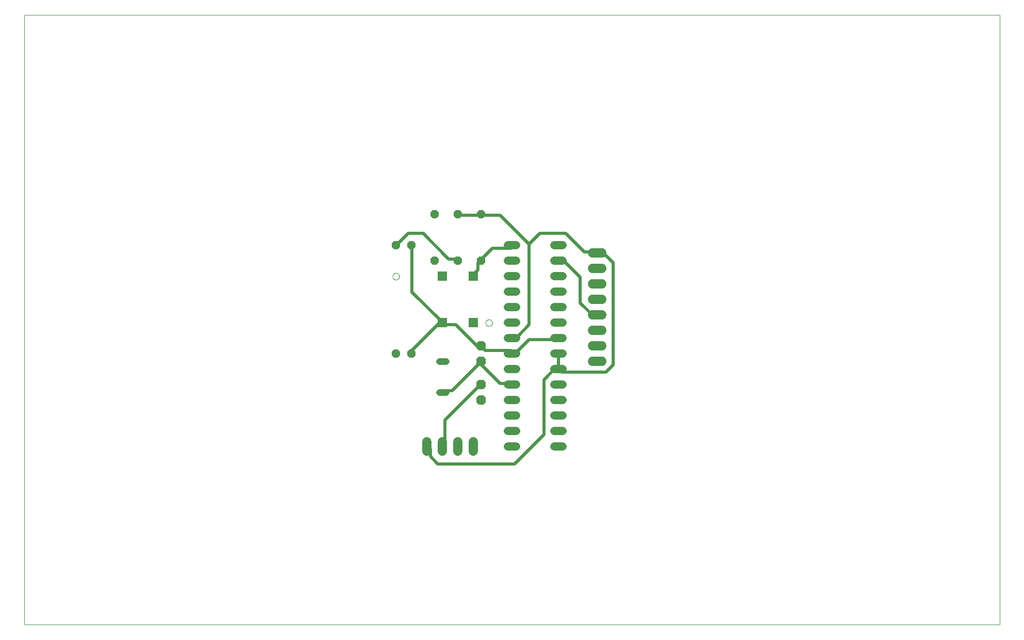
<source format=gtl>
G75*
%MOIN*%
%OFA0B0*%
%FSLAX25Y25*%
%IPPOS*%
%LPD*%
%AMOC8*
5,1,8,0,0,1.08239X$1,22.5*
%
%ADD10C,0.00000*%
%ADD11OC8,0.06300*%
%ADD12C,0.05200*%
%ADD13C,0.06000*%
%ADD14OC8,0.05200*%
%ADD15C,0.04400*%
%ADD16R,0.05906X0.05906*%
%ADD17C,0.01969*%
D10*
X0001000Y0001000D02*
X0001000Y0394701D01*
X0630921Y0394701D01*
X0630921Y0001000D01*
X0001000Y0001000D01*
X0298835Y0196000D02*
X0298837Y0196093D01*
X0298843Y0196185D01*
X0298853Y0196277D01*
X0298867Y0196368D01*
X0298884Y0196459D01*
X0298906Y0196549D01*
X0298931Y0196638D01*
X0298960Y0196726D01*
X0298993Y0196812D01*
X0299030Y0196897D01*
X0299070Y0196981D01*
X0299114Y0197062D01*
X0299161Y0197142D01*
X0299211Y0197220D01*
X0299265Y0197295D01*
X0299322Y0197368D01*
X0299382Y0197438D01*
X0299445Y0197506D01*
X0299511Y0197571D01*
X0299579Y0197633D01*
X0299650Y0197693D01*
X0299724Y0197749D01*
X0299800Y0197802D01*
X0299878Y0197851D01*
X0299958Y0197898D01*
X0300040Y0197940D01*
X0300124Y0197980D01*
X0300209Y0198015D01*
X0300296Y0198047D01*
X0300384Y0198076D01*
X0300473Y0198100D01*
X0300563Y0198121D01*
X0300654Y0198137D01*
X0300746Y0198150D01*
X0300838Y0198159D01*
X0300931Y0198164D01*
X0301023Y0198165D01*
X0301116Y0198162D01*
X0301208Y0198155D01*
X0301300Y0198144D01*
X0301391Y0198129D01*
X0301482Y0198111D01*
X0301572Y0198088D01*
X0301660Y0198062D01*
X0301748Y0198032D01*
X0301834Y0197998D01*
X0301918Y0197961D01*
X0302001Y0197919D01*
X0302082Y0197875D01*
X0302162Y0197827D01*
X0302239Y0197776D01*
X0302313Y0197721D01*
X0302386Y0197663D01*
X0302456Y0197603D01*
X0302523Y0197539D01*
X0302587Y0197473D01*
X0302649Y0197403D01*
X0302707Y0197332D01*
X0302762Y0197258D01*
X0302814Y0197181D01*
X0302863Y0197102D01*
X0302909Y0197022D01*
X0302951Y0196939D01*
X0302989Y0196855D01*
X0303024Y0196769D01*
X0303055Y0196682D01*
X0303082Y0196594D01*
X0303105Y0196504D01*
X0303125Y0196414D01*
X0303141Y0196323D01*
X0303153Y0196231D01*
X0303161Y0196139D01*
X0303165Y0196046D01*
X0303165Y0195954D01*
X0303161Y0195861D01*
X0303153Y0195769D01*
X0303141Y0195677D01*
X0303125Y0195586D01*
X0303105Y0195496D01*
X0303082Y0195406D01*
X0303055Y0195318D01*
X0303024Y0195231D01*
X0302989Y0195145D01*
X0302951Y0195061D01*
X0302909Y0194978D01*
X0302863Y0194898D01*
X0302814Y0194819D01*
X0302762Y0194742D01*
X0302707Y0194668D01*
X0302649Y0194597D01*
X0302587Y0194527D01*
X0302523Y0194461D01*
X0302456Y0194397D01*
X0302386Y0194337D01*
X0302313Y0194279D01*
X0302239Y0194224D01*
X0302162Y0194173D01*
X0302083Y0194125D01*
X0302001Y0194081D01*
X0301918Y0194039D01*
X0301834Y0194002D01*
X0301748Y0193968D01*
X0301660Y0193938D01*
X0301572Y0193912D01*
X0301482Y0193889D01*
X0301391Y0193871D01*
X0301300Y0193856D01*
X0301208Y0193845D01*
X0301116Y0193838D01*
X0301023Y0193835D01*
X0300931Y0193836D01*
X0300838Y0193841D01*
X0300746Y0193850D01*
X0300654Y0193863D01*
X0300563Y0193879D01*
X0300473Y0193900D01*
X0300384Y0193924D01*
X0300296Y0193953D01*
X0300209Y0193985D01*
X0300124Y0194020D01*
X0300040Y0194060D01*
X0299958Y0194102D01*
X0299878Y0194149D01*
X0299800Y0194198D01*
X0299724Y0194251D01*
X0299650Y0194307D01*
X0299579Y0194367D01*
X0299511Y0194429D01*
X0299445Y0194494D01*
X0299382Y0194562D01*
X0299322Y0194632D01*
X0299265Y0194705D01*
X0299211Y0194780D01*
X0299161Y0194858D01*
X0299114Y0194938D01*
X0299070Y0195019D01*
X0299030Y0195103D01*
X0298993Y0195188D01*
X0298960Y0195274D01*
X0298931Y0195362D01*
X0298906Y0195451D01*
X0298884Y0195541D01*
X0298867Y0195632D01*
X0298853Y0195723D01*
X0298843Y0195815D01*
X0298837Y0195907D01*
X0298835Y0196000D01*
X0238835Y0226000D02*
X0238837Y0226093D01*
X0238843Y0226185D01*
X0238853Y0226277D01*
X0238867Y0226368D01*
X0238884Y0226459D01*
X0238906Y0226549D01*
X0238931Y0226638D01*
X0238960Y0226726D01*
X0238993Y0226812D01*
X0239030Y0226897D01*
X0239070Y0226981D01*
X0239114Y0227062D01*
X0239161Y0227142D01*
X0239211Y0227220D01*
X0239265Y0227295D01*
X0239322Y0227368D01*
X0239382Y0227438D01*
X0239445Y0227506D01*
X0239511Y0227571D01*
X0239579Y0227633D01*
X0239650Y0227693D01*
X0239724Y0227749D01*
X0239800Y0227802D01*
X0239878Y0227851D01*
X0239958Y0227898D01*
X0240040Y0227940D01*
X0240124Y0227980D01*
X0240209Y0228015D01*
X0240296Y0228047D01*
X0240384Y0228076D01*
X0240473Y0228100D01*
X0240563Y0228121D01*
X0240654Y0228137D01*
X0240746Y0228150D01*
X0240838Y0228159D01*
X0240931Y0228164D01*
X0241023Y0228165D01*
X0241116Y0228162D01*
X0241208Y0228155D01*
X0241300Y0228144D01*
X0241391Y0228129D01*
X0241482Y0228111D01*
X0241572Y0228088D01*
X0241660Y0228062D01*
X0241748Y0228032D01*
X0241834Y0227998D01*
X0241918Y0227961D01*
X0242001Y0227919D01*
X0242082Y0227875D01*
X0242162Y0227827D01*
X0242239Y0227776D01*
X0242313Y0227721D01*
X0242386Y0227663D01*
X0242456Y0227603D01*
X0242523Y0227539D01*
X0242587Y0227473D01*
X0242649Y0227403D01*
X0242707Y0227332D01*
X0242762Y0227258D01*
X0242814Y0227181D01*
X0242863Y0227102D01*
X0242909Y0227022D01*
X0242951Y0226939D01*
X0242989Y0226855D01*
X0243024Y0226769D01*
X0243055Y0226682D01*
X0243082Y0226594D01*
X0243105Y0226504D01*
X0243125Y0226414D01*
X0243141Y0226323D01*
X0243153Y0226231D01*
X0243161Y0226139D01*
X0243165Y0226046D01*
X0243165Y0225954D01*
X0243161Y0225861D01*
X0243153Y0225769D01*
X0243141Y0225677D01*
X0243125Y0225586D01*
X0243105Y0225496D01*
X0243082Y0225406D01*
X0243055Y0225318D01*
X0243024Y0225231D01*
X0242989Y0225145D01*
X0242951Y0225061D01*
X0242909Y0224978D01*
X0242863Y0224898D01*
X0242814Y0224819D01*
X0242762Y0224742D01*
X0242707Y0224668D01*
X0242649Y0224597D01*
X0242587Y0224527D01*
X0242523Y0224461D01*
X0242456Y0224397D01*
X0242386Y0224337D01*
X0242313Y0224279D01*
X0242239Y0224224D01*
X0242162Y0224173D01*
X0242083Y0224125D01*
X0242001Y0224081D01*
X0241918Y0224039D01*
X0241834Y0224002D01*
X0241748Y0223968D01*
X0241660Y0223938D01*
X0241572Y0223912D01*
X0241482Y0223889D01*
X0241391Y0223871D01*
X0241300Y0223856D01*
X0241208Y0223845D01*
X0241116Y0223838D01*
X0241023Y0223835D01*
X0240931Y0223836D01*
X0240838Y0223841D01*
X0240746Y0223850D01*
X0240654Y0223863D01*
X0240563Y0223879D01*
X0240473Y0223900D01*
X0240384Y0223924D01*
X0240296Y0223953D01*
X0240209Y0223985D01*
X0240124Y0224020D01*
X0240040Y0224060D01*
X0239958Y0224102D01*
X0239878Y0224149D01*
X0239800Y0224198D01*
X0239724Y0224251D01*
X0239650Y0224307D01*
X0239579Y0224367D01*
X0239511Y0224429D01*
X0239445Y0224494D01*
X0239382Y0224562D01*
X0239322Y0224632D01*
X0239265Y0224705D01*
X0239211Y0224780D01*
X0239161Y0224858D01*
X0239114Y0224938D01*
X0239070Y0225019D01*
X0239030Y0225103D01*
X0238993Y0225188D01*
X0238960Y0225274D01*
X0238931Y0225362D01*
X0238906Y0225451D01*
X0238884Y0225541D01*
X0238867Y0225632D01*
X0238853Y0225723D01*
X0238843Y0225815D01*
X0238837Y0225907D01*
X0238835Y0226000D01*
D11*
X0296000Y0181000D03*
X0296000Y0171000D03*
X0296000Y0156000D03*
X0296000Y0146000D03*
D12*
X0313400Y0146000D02*
X0318600Y0146000D01*
X0318600Y0136000D02*
X0313400Y0136000D01*
X0313400Y0126000D02*
X0318600Y0126000D01*
X0318600Y0116000D02*
X0313400Y0116000D01*
X0343400Y0116000D02*
X0348600Y0116000D01*
X0348600Y0126000D02*
X0343400Y0126000D01*
X0343400Y0136000D02*
X0348600Y0136000D01*
X0348600Y0146000D02*
X0343400Y0146000D01*
X0343400Y0156000D02*
X0348600Y0156000D01*
X0348600Y0166000D02*
X0343400Y0166000D01*
X0343400Y0176000D02*
X0348600Y0176000D01*
X0348600Y0186000D02*
X0343400Y0186000D01*
X0343400Y0196000D02*
X0348600Y0196000D01*
X0348600Y0206000D02*
X0343400Y0206000D01*
X0343400Y0216000D02*
X0348600Y0216000D01*
X0348600Y0226000D02*
X0343400Y0226000D01*
X0343400Y0236000D02*
X0348600Y0236000D01*
X0348600Y0246000D02*
X0343400Y0246000D01*
X0318600Y0246000D02*
X0313400Y0246000D01*
X0313400Y0236000D02*
X0318600Y0236000D01*
X0318600Y0226000D02*
X0313400Y0226000D01*
X0313400Y0216000D02*
X0318600Y0216000D01*
X0318600Y0206000D02*
X0313400Y0206000D01*
X0313400Y0196000D02*
X0318600Y0196000D01*
X0318600Y0186000D02*
X0313400Y0186000D01*
X0313400Y0176000D02*
X0318600Y0176000D01*
X0318600Y0166000D02*
X0313400Y0166000D01*
X0313400Y0156000D02*
X0318600Y0156000D01*
D13*
X0368000Y0171000D02*
X0374000Y0171000D01*
X0374000Y0181000D02*
X0368000Y0181000D01*
X0368000Y0191000D02*
X0374000Y0191000D01*
X0374000Y0201000D02*
X0368000Y0201000D01*
X0368000Y0211000D02*
X0374000Y0211000D01*
X0374000Y0221000D02*
X0368000Y0221000D01*
X0368000Y0231000D02*
X0374000Y0231000D01*
X0374000Y0241000D02*
X0368000Y0241000D01*
X0291000Y0119000D02*
X0291000Y0113000D01*
X0281000Y0113000D02*
X0281000Y0119000D01*
X0271000Y0119000D02*
X0271000Y0113000D01*
X0261000Y0113000D02*
X0261000Y0119000D01*
D14*
X0251000Y0176000D03*
X0241000Y0176000D03*
X0266000Y0236000D03*
X0281000Y0236000D03*
X0296000Y0236000D03*
X0251000Y0246000D03*
X0241000Y0246000D03*
X0266000Y0266000D03*
X0281000Y0266000D03*
X0296000Y0266000D03*
D15*
X0273200Y0171000D02*
X0268800Y0171000D01*
X0268800Y0151000D02*
X0273200Y0151000D01*
D16*
X0271000Y0196000D03*
X0291000Y0196000D03*
X0291000Y0226000D03*
X0271000Y0226000D03*
D17*
X0275016Y0237220D02*
X0258480Y0253756D01*
X0249031Y0253756D01*
X0241945Y0246669D01*
X0241000Y0246000D01*
X0251000Y0246000D02*
X0251394Y0244307D01*
X0251394Y0215961D01*
X0270291Y0197063D01*
X0271000Y0196000D01*
X0272654Y0194701D01*
X0279740Y0194701D01*
X0293913Y0180528D01*
X0296000Y0181000D01*
X0296276Y0180528D01*
X0298638Y0178165D01*
X0315173Y0178165D01*
X0316000Y0176000D01*
X0317535Y0175803D01*
X0326984Y0185252D01*
X0345882Y0185252D01*
X0346000Y0186000D01*
X0346000Y0176000D02*
X0345882Y0175803D01*
X0345882Y0168717D01*
X0336433Y0159268D01*
X0336433Y0123835D01*
X0317535Y0104937D01*
X0267929Y0104937D01*
X0263205Y0109661D01*
X0263205Y0114386D01*
X0261000Y0116000D01*
X0271000Y0116000D02*
X0272654Y0116748D01*
X0272654Y0133283D01*
X0293913Y0154543D01*
X0296000Y0156000D01*
X0308087Y0156906D02*
X0296276Y0168717D01*
X0296000Y0171000D01*
X0293913Y0168717D01*
X0277378Y0152181D01*
X0272654Y0152181D01*
X0271000Y0151000D01*
X0251000Y0176000D02*
X0251394Y0178165D01*
X0270291Y0197063D01*
X0291000Y0226000D02*
X0291551Y0227772D01*
X0293913Y0230134D01*
X0293913Y0234858D01*
X0296000Y0236000D01*
X0296276Y0237220D01*
X0303362Y0244307D01*
X0315173Y0244307D01*
X0316000Y0246000D01*
X0326984Y0246669D02*
X0334071Y0253756D01*
X0350606Y0253756D01*
X0362417Y0241945D01*
X0369504Y0241945D01*
X0371000Y0241000D01*
X0371866Y0239583D01*
X0376591Y0239583D01*
X0381315Y0234858D01*
X0381315Y0168717D01*
X0376591Y0163992D01*
X0348244Y0163992D01*
X0346000Y0166000D01*
X0345882Y0166354D01*
X0345882Y0168717D01*
X0316000Y0156000D02*
X0315173Y0156906D01*
X0308087Y0156906D01*
X0316000Y0186000D02*
X0317535Y0187614D01*
X0319898Y0187614D01*
X0326984Y0194701D01*
X0326984Y0246669D01*
X0308087Y0265567D01*
X0296276Y0265567D01*
X0296000Y0266000D01*
X0293913Y0265567D01*
X0282102Y0265567D01*
X0281000Y0266000D01*
X0279740Y0237220D02*
X0275016Y0237220D01*
X0279740Y0237220D02*
X0281000Y0236000D01*
X0346000Y0236000D02*
X0348244Y0234858D01*
X0350606Y0234858D01*
X0360055Y0225409D01*
X0360055Y0208874D01*
X0369504Y0199425D01*
X0371000Y0201000D01*
M02*

</source>
